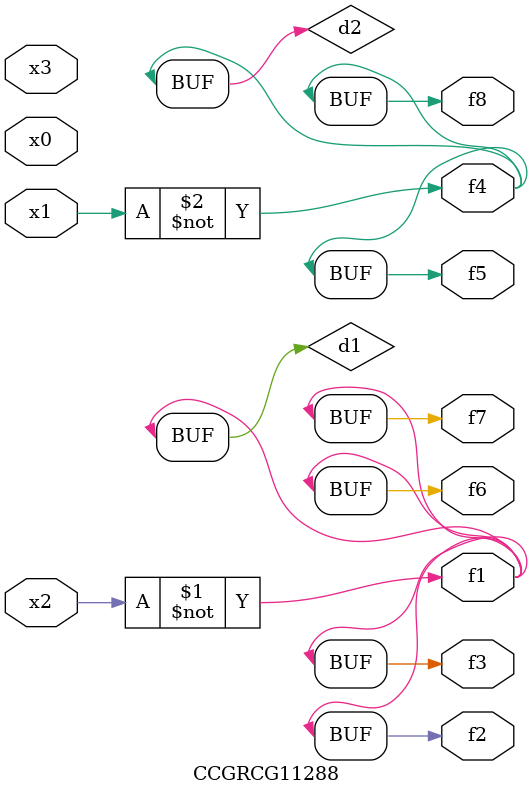
<source format=v>
module CCGRCG11288(
	input x0, x1, x2, x3,
	output f1, f2, f3, f4, f5, f6, f7, f8
);

	wire d1, d2;

	xnor (d1, x2);
	not (d2, x1);
	assign f1 = d1;
	assign f2 = d1;
	assign f3 = d1;
	assign f4 = d2;
	assign f5 = d2;
	assign f6 = d1;
	assign f7 = d1;
	assign f8 = d2;
endmodule

</source>
